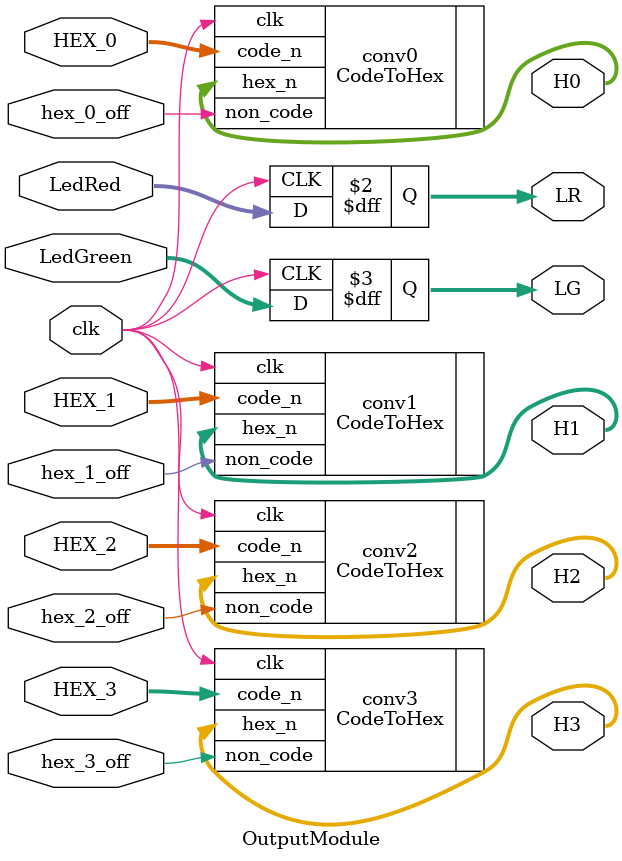
<source format=v>
module OutputModule (	input			clk,
			input		[9:0]	LedRed,
			input		[7:0]	LedGreen,
			input		[3:0]	HEX_0,
			input		[3:0]	HEX_1,
			input		[3:0]	HEX_2,
			input		[3:0]	HEX_3,
			input			hex_0_off,
			input			hex_1_off,
			input			hex_2_off,
			input			hex_3_off,
			output	reg	[9:0]	LR,
			output	reg	[7:0]	LG,
			output		[6:0]	H0,
			output		[6:0]	H1,
			output		[6:0]	H2,
			output		[6:0]	H3);

always @ (posedge clk)	begin
	LR <= LedRed;
	LG <= LedGreen;
end

CodeToHex	conv0 (	.clk(clk),	.code_n(HEX_0),	.non_code(hex_0_off),	.hex_n(H0));
CodeToHex	conv1 (	.clk(clk),	.code_n(HEX_1),	.non_code(hex_1_off),	.hex_n(H1));
CodeToHex	conv2 (	.clk(clk),	.code_n(HEX_2),	.non_code(hex_2_off),	.hex_n(H2));
CodeToHex	conv3 (	.clk(clk),	.code_n(HEX_3),	.non_code(hex_3_off),	.hex_n(H3));

endmodule 

</source>
